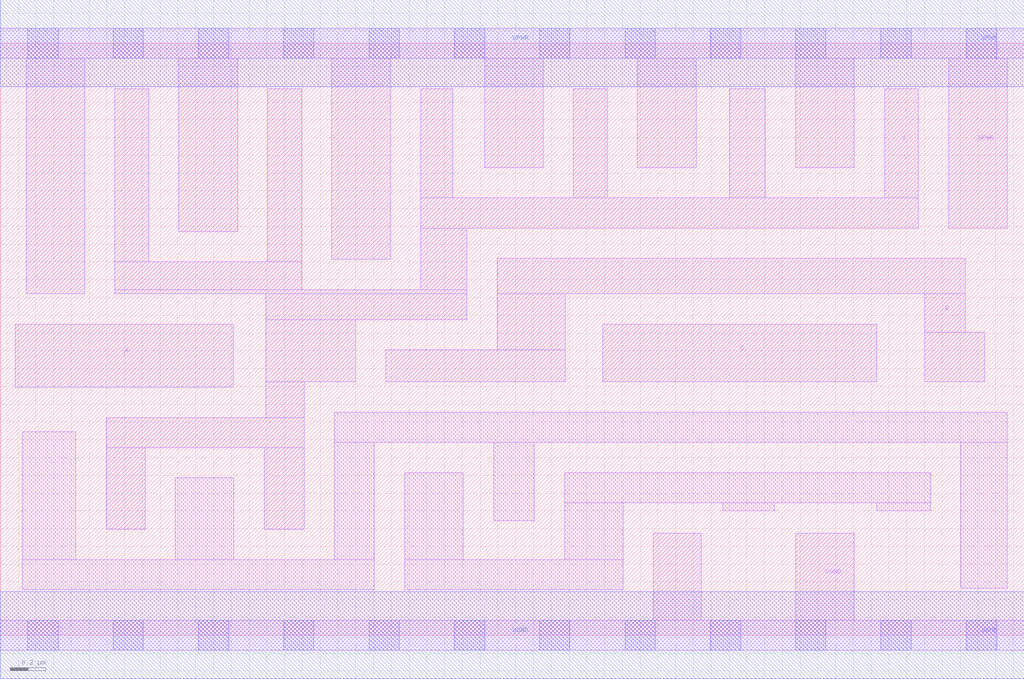
<source format=lef>
# Copyright 2020 The SkyWater PDK Authors
#
# Licensed under the Apache License, Version 2.0 (the "License");
# you may not use this file except in compliance with the License.
# You may obtain a copy of the License at
#
#     https://www.apache.org/licenses/LICENSE-2.0
#
# Unless required by applicable law or agreed to in writing, software
# distributed under the License is distributed on an "AS IS" BASIS,
# WITHOUT WARRANTIES OR CONDITIONS OF ANY KIND, either express or implied.
# See the License for the specific language governing permissions and
# limitations under the License.
#
# SPDX-License-Identifier: Apache-2.0

VERSION 5.7 ;
  NAMESCASESENSITIVE ON ;
  NOWIREEXTENSIONATPIN ON ;
  DIVIDERCHAR "/" ;
  BUSBITCHARS "[]" ;
UNITS
  DATABASE MICRONS 200 ;
END UNITS
MACRO sky130_fd_sc_lp__nand3_4
  CLASS CORE ;
  SOURCE USER ;
  FOREIGN sky130_fd_sc_lp__nand3_4 ;
  ORIGIN  0.000000  0.000000 ;
  SIZE  5.760000 BY  3.330000 ;
  SYMMETRY X Y R90 ;
  SITE unit ;
  PIN A
    ANTENNAGATEAREA  1.260000 ;
    DIRECTION INPUT ;
    USE SIGNAL ;
    PORT
      LAYER li1 ;
        RECT 0.085000 1.395000 1.310000 1.750000 ;
    END
  END A
  PIN B
    ANTENNAGATEAREA  1.260000 ;
    DIRECTION INPUT ;
    USE SIGNAL ;
    PORT
      LAYER li1 ;
        RECT 2.170000 1.425000 3.180000 1.605000 ;
        RECT 2.795000 1.605000 3.180000 1.920000 ;
        RECT 2.795000 1.920000 5.430000 2.120000 ;
        RECT 5.200000 1.425000 5.540000 1.705000 ;
        RECT 5.200000 1.705000 5.430000 1.920000 ;
    END
  END B
  PIN C
    ANTENNAGATEAREA  1.260000 ;
    DIRECTION INPUT ;
    USE SIGNAL ;
    PORT
      LAYER li1 ;
        RECT 3.390000 1.425000 4.930000 1.750000 ;
    END
  END C
  PIN Y
    ANTENNADIFFAREA  2.587200 ;
    DIRECTION OUTPUT ;
    USE SIGNAL ;
    PORT
      LAYER li1 ;
        RECT 0.595000 0.595000 0.815000 1.055000 ;
        RECT 0.595000 1.055000 1.710000 1.225000 ;
        RECT 0.645000 1.920000 2.625000 1.945000 ;
        RECT 0.645000 1.945000 1.695000 2.100000 ;
        RECT 0.645000 2.100000 0.835000 3.075000 ;
        RECT 1.485000 0.595000 1.710000 1.055000 ;
        RECT 1.495000 1.225000 1.710000 1.425000 ;
        RECT 1.495000 1.425000 2.000000 1.775000 ;
        RECT 1.495000 1.775000 2.625000 1.920000 ;
        RECT 1.505000 2.100000 1.695000 3.075000 ;
        RECT 2.365000 1.945000 2.625000 2.290000 ;
        RECT 2.365000 2.290000 5.165000 2.460000 ;
        RECT 2.365000 2.460000 2.545000 3.075000 ;
        RECT 3.225000 2.460000 3.415000 3.075000 ;
        RECT 4.105000 2.460000 4.305000 3.075000 ;
        RECT 4.975000 2.460000 5.165000 3.075000 ;
    END
  END Y
  PIN VGND
    DIRECTION INOUT ;
    USE GROUND ;
    PORT
      LAYER li1 ;
        RECT 0.000000 -0.085000 5.760000 0.085000 ;
        RECT 3.675000  0.085000 3.945000 0.575000 ;
        RECT 4.475000  0.085000 4.805000 0.575000 ;
      LAYER mcon ;
        RECT 0.155000 -0.085000 0.325000 0.085000 ;
        RECT 0.635000 -0.085000 0.805000 0.085000 ;
        RECT 1.115000 -0.085000 1.285000 0.085000 ;
        RECT 1.595000 -0.085000 1.765000 0.085000 ;
        RECT 2.075000 -0.085000 2.245000 0.085000 ;
        RECT 2.555000 -0.085000 2.725000 0.085000 ;
        RECT 3.035000 -0.085000 3.205000 0.085000 ;
        RECT 3.515000 -0.085000 3.685000 0.085000 ;
        RECT 3.995000 -0.085000 4.165000 0.085000 ;
        RECT 4.475000 -0.085000 4.645000 0.085000 ;
        RECT 4.955000 -0.085000 5.125000 0.085000 ;
        RECT 5.435000 -0.085000 5.605000 0.085000 ;
      LAYER met1 ;
        RECT 0.000000 -0.245000 5.760000 0.245000 ;
    END
  END VGND
  PIN VPWR
    DIRECTION INOUT ;
    USE POWER ;
    PORT
      LAYER li1 ;
        RECT 0.000000 3.245000 5.760000 3.415000 ;
        RECT 0.145000 1.920000 0.475000 3.245000 ;
        RECT 1.005000 2.270000 1.335000 3.245000 ;
        RECT 1.865000 2.115000 2.195000 3.245000 ;
        RECT 2.725000 2.630000 3.055000 3.245000 ;
        RECT 3.585000 2.630000 3.915000 3.245000 ;
        RECT 4.475000 2.630000 4.805000 3.245000 ;
        RECT 5.335000 2.290000 5.665000 3.245000 ;
      LAYER mcon ;
        RECT 0.155000 3.245000 0.325000 3.415000 ;
        RECT 0.635000 3.245000 0.805000 3.415000 ;
        RECT 1.115000 3.245000 1.285000 3.415000 ;
        RECT 1.595000 3.245000 1.765000 3.415000 ;
        RECT 2.075000 3.245000 2.245000 3.415000 ;
        RECT 2.555000 3.245000 2.725000 3.415000 ;
        RECT 3.035000 3.245000 3.205000 3.415000 ;
        RECT 3.515000 3.245000 3.685000 3.415000 ;
        RECT 3.995000 3.245000 4.165000 3.415000 ;
        RECT 4.475000 3.245000 4.645000 3.415000 ;
        RECT 4.955000 3.245000 5.125000 3.415000 ;
        RECT 5.435000 3.245000 5.605000 3.415000 ;
      LAYER met1 ;
        RECT 0.000000 3.085000 5.760000 3.575000 ;
    END
  END VPWR
  OBS
    LAYER li1 ;
      RECT 0.125000 0.255000 2.105000 0.425000 ;
      RECT 0.125000 0.425000 0.425000 1.145000 ;
      RECT 0.985000 0.425000 1.315000 0.885000 ;
      RECT 1.880000 0.425000 2.105000 1.085000 ;
      RECT 1.880000 1.085000 5.665000 1.255000 ;
      RECT 2.275000 0.255000 3.505000 0.425000 ;
      RECT 2.275000 0.425000 2.605000 0.915000 ;
      RECT 2.775000 0.645000 3.005000 1.085000 ;
      RECT 3.175000 0.425000 3.505000 0.745000 ;
      RECT 3.175000 0.745000 5.235000 0.915000 ;
      RECT 4.065000 0.700000 4.355000 0.745000 ;
      RECT 4.930000 0.700000 5.235000 0.745000 ;
      RECT 5.405000 0.265000 5.665000 1.085000 ;
  END
END sky130_fd_sc_lp__nand3_4

</source>
